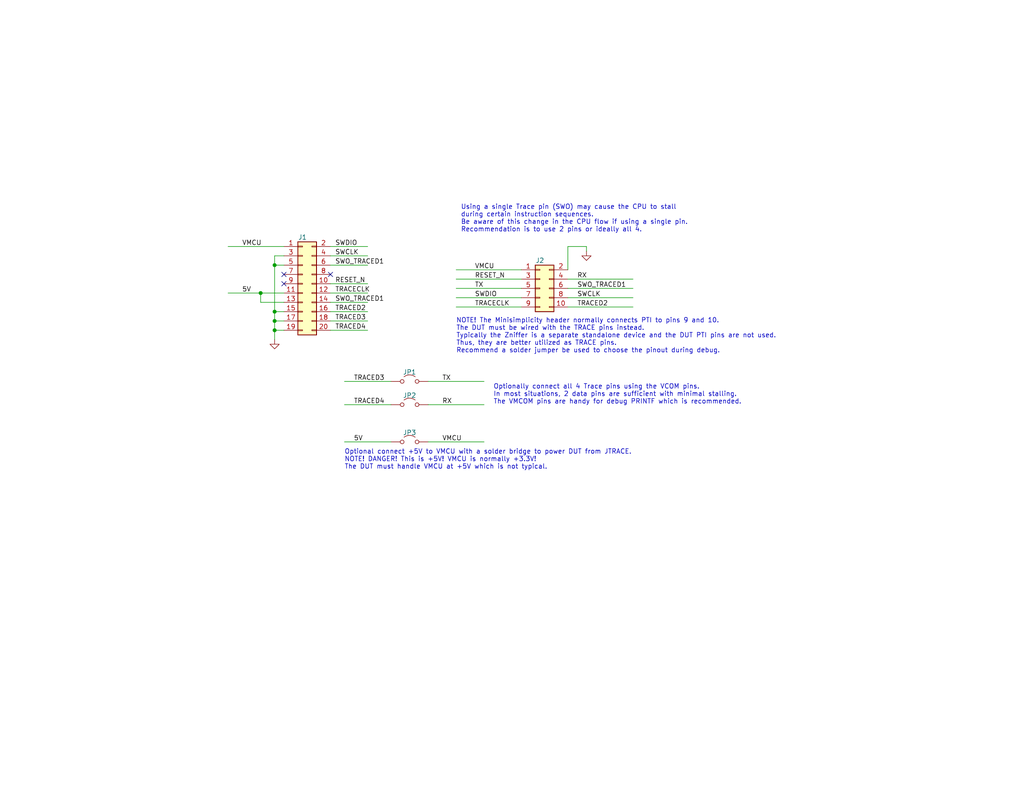
<source format=kicad_sch>
(kicad_sch (version 20211123) (generator eeschema)
  (paper "A")
  (title_block (title "J-Trace to MiniSimplicity adapter") (date "2023-06-08") (rev "A") (company "DrZWave") (comment 1 "customized pinouts.") (comment 2 "Trace port and then connect to a MiniSimplicity header with") (comment 3 "Use this small PCB adapter to plug directly into the Segger J-Trace"))
  (lib_symbols
    (symbol "Connector_Generic:Conn_02x05_Odd_Even" (pin_names (offset 1.016) hide)
      (property "Reference" "J" (at 1.27 7.62 0))
      (property "Value" "Conn_02x05_Odd_Even" (at 1.27 -7.62 0))
      (symbol "Conn_02x05_Odd_Even_1_1"
        (rectangle (start -1.27 -4.953) (end 0 -5.207) (stroke (width 0.1524)))
        (rectangle (start -1.27 -2.413) (end 0 -2.667) (stroke (width 0.1524)))
        (rectangle (start -1.27 0.127) (end 0 -0.127) (stroke (width 0.1524)))
        (rectangle (start -1.27 2.667) (end 0 2.413) (stroke (width 0.1524)))
        (rectangle (start -1.27 5.207) (end 0 4.953) (stroke (width 0.1524)))
        (rectangle (start -1.27 6.35) (end 3.81 -6.35) (stroke (width 0.254)) (fill (type background)))
        (rectangle (start 3.81 -4.953) (end 2.54 -5.207) (stroke (width 0.1524)))
        (rectangle (start 3.81 -2.413) (end 2.54 -2.667) (stroke (width 0.1524)))
        (rectangle (start 3.81 0.127) (end 2.54 -0.127) (stroke (width 0.1524)))
        (rectangle (start 3.81 2.667) (end 2.54 2.413) (stroke (width 0.1524)))
        (rectangle (start 3.81 5.207) (end 2.54 4.953) (stroke (width 0.1524)))
        (pin passive line (at -5.08 5.08 0) (length 3.81) (name "Pin_1") (number "1"))
        (pin passive line (at 7.62 -5.08 180) (length 3.81) (name "Pin_10") (number "10"))
        (pin passive line (at 7.62 5.08 180) (length 3.81) (name "Pin_2") (number "2"))
        (pin passive line (at -5.08 2.54 0) (length 3.81) (name "Pin_3") (number "3"))
        (pin passive line (at 7.62 2.54 180) (length 3.81) (name "Pin_4") (number "4"))
        (pin passive line (at -5.08 0 0) (length 3.81) (name "Pin_5") (number "5"))
        (pin passive line (at 7.62 0 180) (length 3.81) (name "Pin_6") (number "6"))
        (pin passive line (at -5.08 -2.54 0) (length 3.81) (name "Pin_7") (number "7"))
        (pin passive line (at 7.62 -2.54 180) (length 3.81) (name "Pin_8") (number "8"))
        (pin passive line (at -5.08 -5.08 0) (length 3.81) (name "Pin_9") (number "9"))
      )
    )
    (symbol "Connector_Generic:Conn_02x10_Odd_Even" (pin_names (offset 1.016) hide)
      (property "Reference" "J" (at 1.27 12.7 0))
      (property "Value" "Conn_02x10_Odd_Even" (at 1.27 -15.24 0))
      (symbol "Conn_02x10_Odd_Even_1_1"
        (rectangle (start -1.27 -12.573) (end 0 -12.827) (stroke (width 0.1524)))
        (rectangle (start -1.27 -10.033) (end 0 -10.287) (stroke (width 0.1524)))
        (rectangle (start -1.27 -7.493) (end 0 -7.747) (stroke (width 0.1524)))
        (rectangle (start -1.27 -4.953) (end 0 -5.207) (stroke (width 0.1524)))
        (rectangle (start -1.27 -2.413) (end 0 -2.667) (stroke (width 0.1524)))
        (rectangle (start -1.27 0.127) (end 0 -0.127) (stroke (width 0.1524)))
        (rectangle (start -1.27 2.667) (end 0 2.413) (stroke (width 0.1524)))
        (rectangle (start -1.27 5.207) (end 0 4.953) (stroke (width 0.1524)))
        (rectangle (start -1.27 7.747) (end 0 7.493) (stroke (width 0.1524)))
        (rectangle (start -1.27 10.287) (end 0 10.033) (stroke (width 0.1524)))
        (rectangle (start -1.27 11.43) (end 3.81 -13.97) (stroke (width 0.254)) (fill (type background)))
        (rectangle (start 3.81 -12.573) (end 2.54 -12.827) (stroke (width 0.1524)))
        (rectangle (start 3.81 -10.033) (end 2.54 -10.287) (stroke (width 0.1524)))
        (rectangle (start 3.81 -7.493) (end 2.54 -7.747) (stroke (width 0.1524)))
        (rectangle (start 3.81 -4.953) (end 2.54 -5.207) (stroke (width 0.1524)))
        (rectangle (start 3.81 -2.413) (end 2.54 -2.667) (stroke (width 0.1524)))
        (rectangle (start 3.81 0.127) (end 2.54 -0.127) (stroke (width 0.1524)))
        (rectangle (start 3.81 2.667) (end 2.54 2.413) (stroke (width 0.1524)))
        (rectangle (start 3.81 5.207) (end 2.54 4.953) (stroke (width 0.1524)))
        (rectangle (start 3.81 7.747) (end 2.54 7.493) (stroke (width 0.1524)))
        (rectangle (start 3.81 10.287) (end 2.54 10.033) (stroke (width 0.1524)))
        (pin passive line (at -5.08 10.16 0) (length 3.81) (name "Pin_1") (number "1"))
        (pin passive line (at 7.62 0 180) (length 3.81) (name "Pin_10") (number "10"))
        (pin passive line (at -5.08 -2.54 0) (length 3.81) (name "Pin_11") (number "11"))
        (pin passive line (at 7.62 -2.54 180) (length 3.81) (name "Pin_12") (number "12"))
        (pin passive line (at -5.08 -5.08 0) (length 3.81) (name "Pin_13") (number "13"))
        (pin passive line (at 7.62 -5.08 180) (length 3.81) (name "Pin_14") (number "14"))
        (pin passive line (at -5.08 -7.62 0) (length 3.81) (name "Pin_15") (number "15"))
        (pin passive line (at 7.62 -7.62 180) (length 3.81) (name "Pin_16") (number "16"))
        (pin passive line (at -5.08 -10.16 0) (length 3.81) (name "Pin_17") (number "17"))
        (pin passive line (at 7.62 -10.16 180) (length 3.81) (name "Pin_18") (number "18"))
        (pin passive line (at -5.08 -12.7 0) (length 3.81) (name "Pin_19") (number "19"))
        (pin passive line (at 7.62 10.16 180) (length 3.81) (name "Pin_2") (number "2"))
        (pin passive line (at 7.62 -12.7 180) (length 3.81) (name "Pin_20") (number "20"))
        (pin passive line (at -5.08 7.62 0) (length 3.81) (name "Pin_3") (number "3"))
        (pin passive line (at 7.62 7.62 180) (length 3.81) (name "Pin_4") (number "4"))
        (pin passive line (at -5.08 5.08 0) (length 3.81) (name "Pin_5") (number "5"))
        (pin passive line (at 7.62 5.08 180) (length 3.81) (name "Pin_6") (number "6"))
        (pin passive line (at -5.08 2.54 0) (length 3.81) (name "Pin_7") (number "7"))
        (pin passive line (at 7.62 2.54 180) (length 3.81) (name "Pin_8") (number "8"))
        (pin passive line (at -5.08 0 0) (length 3.81) (name "Pin_9") (number "9"))
      )
    )
    (symbol "Jumper:Jumper_2_Open" (pin_numbers hide) (pin_names (offset 0) hide)
      (property "Reference" "JP" (at 0 2.794 0))
      (property "Value" "Jumper_2_Open" (at 0 -2.286 0))
      (symbol "Jumper_2_Open_0_0"
        (circle (center -2.032 0) (radius 0.508))
        (circle (center 2.032 0) (radius 0.508))
      )
      (symbol "Jumper_2_Open_0_1"
        (arc (start 1.524 1.27) (mid 0 1.778) (end -1.524 1.27))
      )
      (symbol "Jumper_2_Open_1_1"
        (pin passive line (at -5.08 0 0) (length 2.54) (name "A") (number "1"))
        (pin passive line (at 5.08 0 180) (length 2.54) (name "B") (number "2"))
      )
    )
    (symbol "Jumper_2_Open_1" (pin_numbers hide) (pin_names (offset 0) hide)
      (property "Reference" "JP" (at 0 2.794 0))
      (property "Value" "Jumper_2_Open_1" (at 0 -2.286 0))
      (symbol "Jumper_2_Open_1_0_0"
        (circle (center -2.032 0) (radius 0.508))
        (circle (center 2.032 0) (radius 0.508))
      )
      (symbol "Jumper_2_Open_1_0_1"
        (arc (start 1.524 1.27) (mid 0 1.778) (end -1.524 1.27))
      )
      (symbol "Jumper_2_Open_1_1_1"
        (pin passive line (at -5.08 0 0) (length 2.54) (name "A") (number "1"))
        (pin passive line (at 5.08 0 180) (length 2.54) (name "B") (number "2"))
      )
    )
    (symbol "power:GND" (power) (pin_numbers hide) (pin_names (offset 0) hide)
      (property "Value" "GND" (at 0 -3.81 0))
      (symbol "GND_0_1"
        (polyline (pts (xy 0 0) (xy 0 -1.27) (xy 1.27 -1.27) (xy 0 -2.54) (xy -1.27 -1.27) (xy 0 -1.27)))
      )
      (symbol "GND_1_1"
        (pin power_in line (at 0 0 270) (length 0) hide (name "GND") (number "1"))
      )
    )
  )
  (junction (at 74.93 87.63))
  (junction (at 74.93 72.39))
  (junction (at 74.93 90.17))
  (junction (at 71.12 80.01))
  (junction (at 74.93 85.09))
  (no_connect (at 77.47 74.93))
  (no_connect (at 77.47 77.47))
  (no_connect (at 90.17 74.93))
  (wire (pts (xy 160.02 67.31) (xy 160.02 68.58)))
  (wire (pts (xy 154.94 81.28) (xy 172.72 81.28)))
  (wire (pts (xy 90.17 69.85) (xy 100.33 69.85)))
  (wire (pts (xy 93.98 104.14) (xy 106.68 104.14)))
  (wire (pts (xy 124.46 76.2) (xy 142.24 76.2)))
  (wire (pts (xy 62.23 67.31) (xy 77.47 67.31)))
  (wire (pts (xy 93.98 120.65) (xy 106.68 120.65)))
  (wire (pts (xy 74.93 90.17) (xy 77.47 90.17)))
  (wire (pts (xy 74.93 69.85) (xy 77.47 69.85)))
  (wire (pts (xy 74.93 85.09) (xy 74.93 72.39)))
  (wire (pts (xy 74.93 72.39) (xy 77.47 72.39)))
  (wire (pts (xy 154.94 78.74) (xy 172.72 78.74)))
  (wire (pts (xy 90.17 90.17) (xy 100.33 90.17)))
  (wire (pts (xy 74.93 85.09) (xy 77.47 85.09)))
  (wire (pts (xy 154.94 73.66) (xy 154.94 67.31)))
  (wire (pts (xy 90.17 72.39) (xy 100.33 72.39)))
  (wire (pts (xy 71.12 80.01) (xy 77.47 80.01)))
  (wire (pts (xy 74.93 72.39) (xy 74.93 69.85)))
  (wire (pts (xy 74.93 90.17) (xy 74.93 87.63)))
  (wire (pts (xy 93.98 110.49) (xy 106.68 110.49)))
  (wire (pts (xy 124.46 81.28) (xy 142.24 81.28)))
  (wire (pts (xy 124.46 83.82) (xy 142.24 83.82)))
  (wire (pts (xy 74.93 92.71) (xy 74.93 90.17)))
  (wire (pts (xy 74.93 87.63) (xy 77.47 87.63)))
  (wire (pts (xy 124.46 78.74) (xy 142.24 78.74)))
  (wire (pts (xy 116.84 110.49) (xy 132.08 110.49)))
  (wire (pts (xy 74.93 87.63) (xy 74.93 85.09)))
  (wire (pts (xy 90.17 80.01) (xy 100.33 80.01)))
  (wire (pts (xy 116.84 104.14) (xy 132.08 104.14)))
  (wire (pts (xy 116.84 120.65) (xy 132.08 120.65)))
  (wire (pts (xy 90.17 77.47) (xy 100.33 77.47)))
  (wire (pts (xy 77.47 82.55) (xy 71.12 82.55)))
  (wire (pts (xy 90.17 87.63) (xy 100.33 87.63)))
  (wire (pts (xy 90.17 67.31) (xy 100.33 67.31)))
  (wire (pts (xy 90.17 82.55) (xy 100.33 82.55)))
  (wire (pts (xy 154.94 83.82) (xy 172.72 83.82)))
  (wire (pts (xy 62.23 80.01) (xy 71.12 80.01)))
  (wire (pts (xy 71.12 80.01) (xy 71.12 82.55)))
  (wire (pts (xy 154.94 76.2) (xy 172.72 76.2)))
  (wire (pts (xy 124.46 73.66) (xy 142.24 73.66)))
  (wire (pts (xy 90.17 85.09) (xy 100.33 85.09)))
  (wire (pts (xy 154.94 67.31) (xy 160.02 67.31)))
  (text "Optional connect +5V to VMCU with a solder bridge to power DUT from JTRACE.\nNOTE! DANGER! This is +5V! VMCU is normally +3.3V!\nThe DUT must handle VMCU at +5V which is not typical.\n" (at 93.98 128.27 0) (effects (font (size 1.27 1.27)) (justify left bottom)))
  (text "NOTE! The Minisimplicity header normally connects PTI to pins 9 and 10.\nThe DUT must be wired with the TRACE pins instead.\nTypically the Zniffer is a separate standalone device and the DUT PTI pins are not used.\nThus, they are better utilized as TRACE pins.\nRecommend a solder jumper be used to choose the pinout during debug." (at 124.46 96.52 0) (effects (font (size 1.27 1.27)) (justify left bottom)))
  (text "Using a single Trace pin (SWO) may cause the CPU to stall\nduring certain instruction sequences.\nBe aware of this change in the CPU flow if using a single pin.\nRecommendation is to use 2 pins or ideally all 4." (at 125.73 63.5 0) (effects (font (size 1.27 1.27)) (justify left bottom)))
  (text "Optionally connect all 4 Trace pins using the VCOM pins.\nIn most situations, 2 data pins are sufficient with minimal stalling.\nThe VMCOM pins are handy for debug PRINTF which is recommended." (at 134.62 110.49 0) (effects (font (size 1.27 1.27)) (justify left bottom)))
  (label "SWDIO" (at 91.44 67.31 0))
  (label "TRACED4" (at 96.52 110.49 0))
  (label "TRACED3" (at 91.44 87.63 0))
  (label "TRACED2" (at 157.48 83.82 0))
  (label "TRACED3" (at 96.52 104.14 0))
  (label "RX" (at 157.48 76.2 0))
  (label "TRACECLK" (at 129.54 83.82 0))
  (label "TX" (at 129.54 78.74 0))
  (label "VMCU" (at 129.54 73.66 0))
  (label "RX" (at 120.65 110.49 0))
  (label "TX" (at 120.65 104.14 0))
  (label "RESET_N" (at 129.54 76.2 0))
  (label "SWO_TRACED1" (at 91.44 72.39 0))
  (label "TRACECLK" (at 91.44 80.01 0))
  (label "TRACED2" (at 91.44 85.09 0))
  (label "SWO_TRACED1" (at 91.44 82.55 0))
  (label "VMCU" (at 66.04 67.31 0))
  (label "TRACED4" (at 91.44 90.17 0))
  (label "5V" (at 66.04 80.01 0))
  (label "SWCLK" (at 157.48 81.28 0))
  (label "SWDIO" (at 129.54 81.28 0))
  (label "VMCU" (at 120.65 120.65 0))
  (label "SWO_TRACED1" (at 157.48 78.74 0))
  (label "RESET_N" (at 91.44 77.47 0))
  (label "SWCLK" (at 91.44 69.85 0))
  (label "5V" (at 96.52 120.65 0))
  (symbol (lib_id "Jumper:Jumper_2_Open") (at 111.76 110.49 0) (unit 1)
    (property "Reference" "JP2" (at 111.76 107.95 0))
    (property "Value" "Jumper_2_Open" (effects hide))
    (property "Footprint" "Jumper:SolderJumper-2_P1.3mm_Open_RoundedPad1.0x1.5mm" (effects hide))
  )
  (symbol (lib_id "Jumper:Jumper_2_Open") (at 111.76 120.65 0) (unit 1)
    (property "Reference" "JP3" (at 111.76 118.11 0))
    (property "Value" "Jumper_2_Open" (effects hide))
    (property "Footprint" "Jumper:SolderJumper-2_P1.3mm_Open_RoundedPad1.0x1.5mm" (effects hide))
  )
  (symbol (lib_id "Connector_Generic:Conn_02x05_Odd_Even") (at 147.32 78.74 0) (unit 1)
    (property "Reference" "J2" (at 147.32 71.12 0))
    (property "Value" "3220-10-0300-00" (effects hide))
    (property "Footprint" "Connector_PinHeader_1.27mm:PinHeader_2x05_P1.27mm_Vertical_SMD" (effects hide))
    (property "Datasheet" "https://www.digikey.com/en/products/detail/cnc-tech/3220-10-0300-00/3883266" (effects hide))
  )
  (symbol (lib_id "power:GND") (at 160.02 68.58 0) (unit 1)
    (property "Reference" "#PWR0101" (effects hide))
    (property "Value" "GND" (effects hide))
  )
  (symbol (lib_name "Jumper_2_Open_1") (lib_id "Jumper:Jumper_2_Open") (at 111.76 104.14 0) (unit 1)
    (property "Reference" "JP1" (at 111.76 101.6 0))
    (property "Value" "Jumper_2_Open" (effects hide))
    (property "Footprint" "Jumper:SolderJumper-2_P1.3mm_Open_RoundedPad1.0x1.5mm" (effects hide))
  )
  (symbol (lib_id "Connector_Generic:Conn_02x10_Odd_Even") (at 82.55 77.47 0) (unit 1)
    (property "Reference" "J1" (at 82.55 64.77 0))
    (property "Value" "CBE224" (effects hide))
    (property "Footprint" "JT2Mini:PinHeader_2x10_P1.27mm_Greenconn" (effects hide))
    (property "Datasheet" "https://www.digikey.com/en/products/detail/greenconn/CBEC224-1079B001C1AF/16529509" (effects hide))
  )
  (symbol (lib_id "power:GND") (at 74.93 92.71 0) (unit 1)
    (property "Reference" "#PWR0102" (effects hide))
    (property "Value" "GND" (effects hide))
  )
)
</source>
